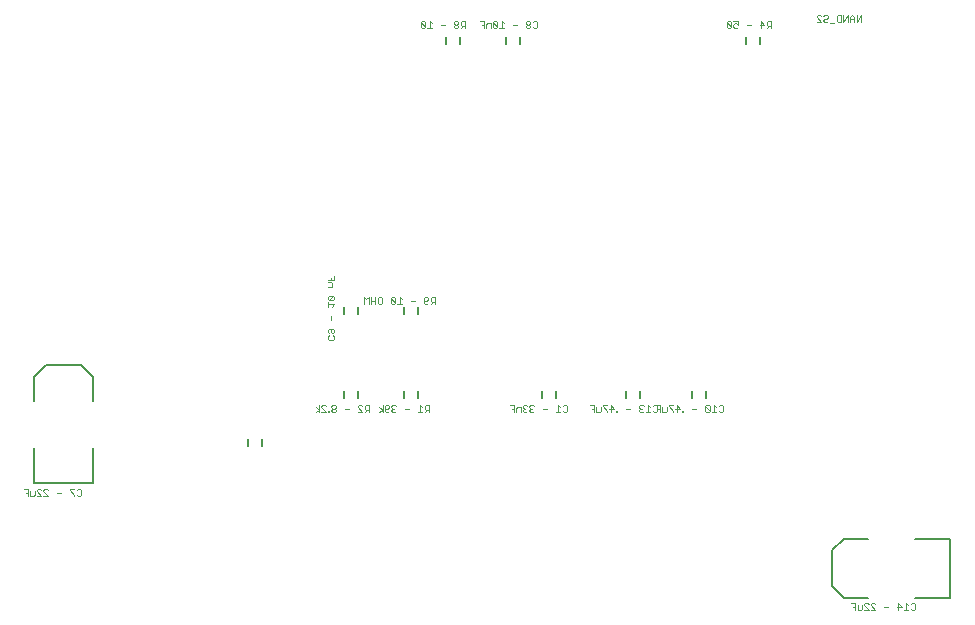
<source format=gbo>
G75*
%MOIN*%
%OFA0B0*%
%FSLAX24Y24*%
%IPPOS*%
%LPD*%
%AMOC8*
5,1,8,0,0,1.08239X$1,22.5*
%
%ADD10C,0.0020*%
%ADD11C,0.0060*%
%ADD12C,0.0080*%
D10*
X004582Y014770D02*
X004582Y014990D01*
X004435Y014990D01*
X004509Y014880D02*
X004582Y014880D01*
X004656Y014917D02*
X004656Y014770D01*
X004766Y014770D01*
X004803Y014807D01*
X004803Y014917D01*
X004877Y014917D02*
X004877Y014953D01*
X004914Y014990D01*
X004987Y014990D01*
X005024Y014953D01*
X005098Y014953D02*
X005135Y014990D01*
X005208Y014990D01*
X005245Y014953D01*
X005098Y014953D02*
X005098Y014917D01*
X005245Y014770D01*
X005098Y014770D01*
X005024Y014770D02*
X004877Y014917D01*
X004877Y014770D02*
X005024Y014770D01*
X005540Y014880D02*
X005687Y014880D01*
X005982Y014953D02*
X006129Y014807D01*
X006129Y014770D01*
X006203Y014807D02*
X006240Y014770D01*
X006313Y014770D01*
X006350Y014807D01*
X006350Y014953D01*
X006313Y014990D01*
X006240Y014990D01*
X006203Y014953D01*
X006129Y014990D02*
X005982Y014990D01*
X005982Y014953D01*
X014182Y017570D02*
X014293Y017643D01*
X014182Y017717D01*
X014293Y017790D02*
X014293Y017570D01*
X014367Y017570D02*
X014514Y017570D01*
X014367Y017717D01*
X014367Y017753D01*
X014403Y017790D01*
X014477Y017790D01*
X014514Y017753D01*
X014587Y017607D02*
X014587Y017570D01*
X014624Y017570D01*
X014624Y017607D01*
X014587Y017607D01*
X014698Y017607D02*
X014735Y017570D01*
X014808Y017570D01*
X014845Y017607D01*
X014845Y017643D01*
X014808Y017680D01*
X014735Y017680D01*
X014698Y017643D01*
X014698Y017607D01*
X014735Y017680D02*
X014698Y017717D01*
X014698Y017753D01*
X014735Y017790D01*
X014808Y017790D01*
X014845Y017753D01*
X014845Y017717D01*
X014808Y017680D01*
X015140Y017680D02*
X015287Y017680D01*
X015582Y017717D02*
X015582Y017753D01*
X015619Y017790D01*
X015692Y017790D01*
X015729Y017753D01*
X015803Y017753D02*
X015803Y017680D01*
X015840Y017643D01*
X015950Y017643D01*
X015950Y017570D02*
X015950Y017790D01*
X015840Y017790D01*
X015803Y017753D01*
X015877Y017643D02*
X015803Y017570D01*
X015729Y017570D02*
X015582Y017717D01*
X015582Y017570D02*
X015729Y017570D01*
X016293Y017570D02*
X016403Y017643D01*
X016293Y017717D01*
X016403Y017790D02*
X016403Y017570D01*
X016477Y017607D02*
X016477Y017753D01*
X016514Y017790D01*
X016587Y017790D01*
X016624Y017753D01*
X016624Y017717D01*
X016587Y017680D01*
X016477Y017680D01*
X016477Y017607D02*
X016514Y017570D01*
X016587Y017570D01*
X016624Y017607D01*
X016698Y017607D02*
X016735Y017570D01*
X016808Y017570D01*
X016845Y017607D01*
X016772Y017680D02*
X016735Y017680D01*
X016698Y017643D01*
X016698Y017607D01*
X016735Y017680D02*
X016698Y017717D01*
X016698Y017753D01*
X016735Y017790D01*
X016808Y017790D01*
X016845Y017753D01*
X017140Y017680D02*
X017287Y017680D01*
X017582Y017570D02*
X017729Y017570D01*
X017656Y017570D02*
X017656Y017790D01*
X017729Y017717D01*
X017803Y017753D02*
X017803Y017680D01*
X017840Y017643D01*
X017950Y017643D01*
X017950Y017570D02*
X017950Y017790D01*
X017840Y017790D01*
X017803Y017753D01*
X017877Y017643D02*
X017803Y017570D01*
X020635Y017790D02*
X020782Y017790D01*
X020782Y017570D01*
X020856Y017570D02*
X020856Y017680D01*
X020893Y017717D01*
X021003Y017717D01*
X021003Y017570D01*
X021077Y017607D02*
X021114Y017570D01*
X021187Y017570D01*
X021224Y017607D01*
X021298Y017607D02*
X021335Y017570D01*
X021408Y017570D01*
X021445Y017607D01*
X021372Y017680D02*
X021335Y017680D01*
X021298Y017643D01*
X021298Y017607D01*
X021335Y017680D02*
X021298Y017717D01*
X021298Y017753D01*
X021335Y017790D01*
X021408Y017790D01*
X021445Y017753D01*
X021224Y017753D02*
X021187Y017790D01*
X021114Y017790D01*
X021077Y017753D01*
X021077Y017717D01*
X021114Y017680D01*
X021077Y017643D01*
X021077Y017607D01*
X021114Y017680D02*
X021151Y017680D01*
X020782Y017680D02*
X020709Y017680D01*
X021740Y017680D02*
X021887Y017680D01*
X022182Y017570D02*
X022329Y017570D01*
X022256Y017570D02*
X022256Y017790D01*
X022329Y017717D01*
X022403Y017753D02*
X022440Y017790D01*
X022513Y017790D01*
X022550Y017753D01*
X022550Y017607D01*
X022513Y017570D01*
X022440Y017570D01*
X022403Y017607D01*
X023304Y017790D02*
X023451Y017790D01*
X023451Y017570D01*
X023525Y017570D02*
X023525Y017717D01*
X023451Y017680D02*
X023377Y017680D01*
X023525Y017570D02*
X023635Y017570D01*
X023672Y017607D01*
X023672Y017717D01*
X023746Y017753D02*
X023893Y017607D01*
X023893Y017570D01*
X024003Y017570D02*
X024003Y017790D01*
X024114Y017680D01*
X023967Y017680D01*
X023893Y017790D02*
X023746Y017790D01*
X023746Y017753D01*
X024187Y017607D02*
X024187Y017570D01*
X024224Y017570D01*
X024224Y017607D01*
X024187Y017607D01*
X024519Y017680D02*
X024666Y017680D01*
X024961Y017643D02*
X024961Y017607D01*
X024998Y017570D01*
X025071Y017570D01*
X025108Y017607D01*
X025182Y017570D02*
X025329Y017570D01*
X025256Y017570D02*
X025256Y017790D01*
X025329Y017717D01*
X025403Y017753D02*
X025440Y017790D01*
X025513Y017790D01*
X025550Y017753D01*
X025550Y017607D01*
X025513Y017570D01*
X025440Y017570D01*
X025403Y017607D01*
X025577Y017680D02*
X025651Y017680D01*
X025725Y017717D02*
X025725Y017570D01*
X025835Y017570D01*
X025872Y017607D01*
X025872Y017717D01*
X025946Y017753D02*
X026093Y017607D01*
X026093Y017570D01*
X026203Y017570D02*
X026203Y017790D01*
X026314Y017680D01*
X026167Y017680D01*
X026093Y017790D02*
X025946Y017790D01*
X025946Y017753D01*
X025651Y017790D02*
X025504Y017790D01*
X025651Y017790D02*
X025651Y017570D01*
X025108Y017753D02*
X025071Y017790D01*
X024998Y017790D01*
X024961Y017753D01*
X024961Y017717D01*
X024998Y017680D01*
X024961Y017643D01*
X024998Y017680D02*
X025035Y017680D01*
X026387Y017607D02*
X026387Y017570D01*
X026424Y017570D01*
X026424Y017607D01*
X026387Y017607D01*
X026719Y017680D02*
X026866Y017680D01*
X027161Y017607D02*
X027198Y017570D01*
X027271Y017570D01*
X027308Y017607D01*
X027161Y017753D01*
X027161Y017607D01*
X027161Y017753D02*
X027198Y017790D01*
X027271Y017790D01*
X027308Y017753D01*
X027308Y017607D01*
X027382Y017570D02*
X027529Y017570D01*
X027456Y017570D02*
X027456Y017790D01*
X027529Y017717D01*
X027603Y017753D02*
X027640Y017790D01*
X027713Y017790D01*
X027750Y017753D01*
X027750Y017607D01*
X027713Y017570D01*
X027640Y017570D01*
X027603Y017607D01*
X032014Y011190D02*
X032161Y011190D01*
X032161Y010970D01*
X032235Y010970D02*
X032235Y011117D01*
X032161Y011080D02*
X032088Y011080D01*
X032235Y010970D02*
X032345Y010970D01*
X032382Y011007D01*
X032382Y011117D01*
X032456Y011117D02*
X032456Y011153D01*
X032493Y011190D01*
X032566Y011190D01*
X032603Y011153D01*
X032677Y011153D02*
X032714Y011190D01*
X032787Y011190D01*
X032824Y011153D01*
X032677Y011153D02*
X032677Y011117D01*
X032824Y010970D01*
X032677Y010970D01*
X032603Y010970D02*
X032456Y011117D01*
X032456Y010970D02*
X032603Y010970D01*
X033119Y011080D02*
X033266Y011080D01*
X033561Y011080D02*
X033708Y011080D01*
X033598Y011190D01*
X033598Y010970D01*
X033782Y010970D02*
X033929Y010970D01*
X033856Y010970D02*
X033856Y011190D01*
X033929Y011117D01*
X034003Y011153D02*
X034040Y011190D01*
X034113Y011190D01*
X034150Y011153D01*
X034150Y011007D01*
X034113Y010970D01*
X034040Y010970D01*
X034003Y011007D01*
X018150Y021170D02*
X018150Y021390D01*
X018040Y021390D01*
X018003Y021353D01*
X018003Y021280D01*
X018040Y021243D01*
X018150Y021243D01*
X018077Y021243D02*
X018003Y021170D01*
X017929Y021207D02*
X017892Y021170D01*
X017819Y021170D01*
X017782Y021207D01*
X017782Y021353D01*
X017819Y021390D01*
X017892Y021390D01*
X017929Y021353D01*
X017929Y021317D01*
X017892Y021280D01*
X017782Y021280D01*
X017487Y021280D02*
X017340Y021280D01*
X017045Y021317D02*
X016972Y021390D01*
X016972Y021170D01*
X017045Y021170D02*
X016898Y021170D01*
X016824Y021207D02*
X016787Y021170D01*
X016714Y021170D01*
X016677Y021207D01*
X016677Y021353D01*
X016824Y021207D01*
X016824Y021353D01*
X016787Y021390D01*
X016714Y021390D01*
X016677Y021353D01*
X016382Y021353D02*
X016382Y021207D01*
X016345Y021170D01*
X016272Y021170D01*
X016235Y021207D01*
X016235Y021353D01*
X016272Y021390D01*
X016345Y021390D01*
X016382Y021353D01*
X016161Y021390D02*
X016161Y021170D01*
X016161Y021280D02*
X016014Y021280D01*
X016014Y021390D02*
X016014Y021170D01*
X015940Y021170D02*
X015940Y021390D01*
X015867Y021317D01*
X015793Y021390D01*
X015793Y021170D01*
X014790Y021148D02*
X014570Y021148D01*
X014570Y021075D02*
X014570Y021222D01*
X014607Y021296D02*
X014753Y021443D01*
X014607Y021443D01*
X014570Y021406D01*
X014570Y021333D01*
X014607Y021296D01*
X014753Y021296D01*
X014790Y021333D01*
X014790Y021406D01*
X014753Y021443D01*
X014790Y021148D02*
X014717Y021075D01*
X014680Y020780D02*
X014680Y020633D01*
X014680Y020338D02*
X014680Y020228D01*
X014717Y020191D01*
X014753Y020191D01*
X014790Y020228D01*
X014790Y020301D01*
X014753Y020338D01*
X014607Y020338D01*
X014570Y020301D01*
X014570Y020228D01*
X014607Y020191D01*
X014607Y020117D02*
X014570Y020080D01*
X014570Y020007D01*
X014607Y019970D01*
X014753Y019970D01*
X014790Y020007D01*
X014790Y020080D01*
X014753Y020117D01*
X014717Y021738D02*
X014570Y021738D01*
X014570Y021885D02*
X014680Y021885D01*
X014717Y021848D01*
X014717Y021738D01*
X014680Y021959D02*
X014680Y022032D01*
X014570Y021959D02*
X014790Y021959D01*
X014790Y022106D01*
X017714Y030370D02*
X017787Y030370D01*
X017824Y030407D01*
X017677Y030553D01*
X017677Y030407D01*
X017714Y030370D01*
X017824Y030407D02*
X017824Y030553D01*
X017787Y030590D01*
X017714Y030590D01*
X017677Y030553D01*
X017898Y030370D02*
X018045Y030370D01*
X017972Y030370D02*
X017972Y030590D01*
X018045Y030517D01*
X018340Y030480D02*
X018487Y030480D01*
X018782Y030443D02*
X018782Y030407D01*
X018819Y030370D01*
X018892Y030370D01*
X018929Y030407D01*
X018929Y030443D01*
X018892Y030480D01*
X018819Y030480D01*
X018782Y030443D01*
X018819Y030480D02*
X018782Y030517D01*
X018782Y030553D01*
X018819Y030590D01*
X018892Y030590D01*
X018929Y030553D01*
X018929Y030517D01*
X018892Y030480D01*
X019003Y030480D02*
X019040Y030443D01*
X019150Y030443D01*
X019150Y030370D02*
X019150Y030590D01*
X019040Y030590D01*
X019003Y030553D01*
X019003Y030480D01*
X019077Y030443D02*
X019003Y030370D01*
X019635Y030590D02*
X019782Y030590D01*
X019782Y030370D01*
X019856Y030370D02*
X019856Y030480D01*
X019893Y030517D01*
X020003Y030517D01*
X020003Y030370D01*
X020077Y030407D02*
X020114Y030370D01*
X020187Y030370D01*
X020224Y030407D01*
X020077Y030553D01*
X020077Y030407D01*
X020077Y030553D02*
X020114Y030590D01*
X020187Y030590D01*
X020224Y030553D01*
X020224Y030407D01*
X020298Y030370D02*
X020445Y030370D01*
X020372Y030370D02*
X020372Y030590D01*
X020445Y030517D01*
X020740Y030480D02*
X020887Y030480D01*
X021182Y030443D02*
X021182Y030407D01*
X021219Y030370D01*
X021292Y030370D01*
X021329Y030407D01*
X021329Y030443D01*
X021292Y030480D01*
X021219Y030480D01*
X021182Y030443D01*
X021219Y030480D02*
X021182Y030517D01*
X021182Y030553D01*
X021219Y030590D01*
X021292Y030590D01*
X021329Y030553D01*
X021329Y030517D01*
X021292Y030480D01*
X021403Y030407D02*
X021440Y030370D01*
X021513Y030370D01*
X021550Y030407D01*
X021550Y030553D01*
X021513Y030590D01*
X021440Y030590D01*
X021403Y030553D01*
X019782Y030480D02*
X019709Y030480D01*
X027877Y030407D02*
X027914Y030370D01*
X027987Y030370D01*
X028024Y030407D01*
X027877Y030553D01*
X027877Y030407D01*
X027877Y030553D02*
X027914Y030590D01*
X027987Y030590D01*
X028024Y030553D01*
X028024Y030407D01*
X028098Y030407D02*
X028135Y030370D01*
X028208Y030370D01*
X028245Y030407D01*
X028245Y030480D02*
X028172Y030517D01*
X028135Y030517D01*
X028098Y030480D01*
X028098Y030407D01*
X028245Y030480D02*
X028245Y030590D01*
X028098Y030590D01*
X028540Y030480D02*
X028687Y030480D01*
X028982Y030480D02*
X029129Y030480D01*
X029019Y030590D01*
X029019Y030370D01*
X029203Y030370D02*
X029277Y030443D01*
X029240Y030443D02*
X029350Y030443D01*
X029350Y030370D02*
X029350Y030590D01*
X029240Y030590D01*
X029203Y030553D01*
X029203Y030480D01*
X029240Y030443D01*
X030877Y030570D02*
X031024Y030570D01*
X030877Y030717D01*
X030877Y030753D01*
X030914Y030790D01*
X030987Y030790D01*
X031024Y030753D01*
X031098Y030753D02*
X031135Y030790D01*
X031208Y030790D01*
X031245Y030753D01*
X031245Y030717D01*
X031208Y030680D01*
X031135Y030680D01*
X031098Y030643D01*
X031098Y030607D01*
X031135Y030570D01*
X031208Y030570D01*
X031245Y030607D01*
X031319Y030533D02*
X031466Y030533D01*
X031540Y030607D02*
X031540Y030753D01*
X031577Y030790D01*
X031687Y030790D01*
X031687Y030570D01*
X031577Y030570D01*
X031540Y030607D01*
X031761Y030570D02*
X031761Y030790D01*
X031908Y030790D02*
X031761Y030570D01*
X031908Y030570D02*
X031908Y030790D01*
X031982Y030717D02*
X031982Y030570D01*
X031982Y030680D02*
X032129Y030680D01*
X032129Y030717D02*
X032056Y030790D01*
X031982Y030717D01*
X032129Y030717D02*
X032129Y030570D01*
X032203Y030570D02*
X032203Y030790D01*
X032350Y030790D02*
X032203Y030570D01*
X032350Y030570D02*
X032350Y030790D01*
D11*
X028996Y030078D02*
X028996Y029842D01*
X028524Y029842D02*
X028524Y030078D01*
X020996Y030078D02*
X020996Y029842D01*
X020524Y029842D02*
X020524Y030078D01*
X018996Y030078D02*
X018996Y029842D01*
X018524Y029842D02*
X018524Y030078D01*
X017596Y021078D02*
X017596Y020842D01*
X017124Y020842D02*
X017124Y021078D01*
X015596Y021078D02*
X015596Y020842D01*
X015124Y020842D02*
X015124Y021078D01*
X015124Y018278D02*
X015124Y018042D01*
X015596Y018042D02*
X015596Y018278D01*
X017124Y018278D02*
X017124Y018042D01*
X017596Y018042D02*
X017596Y018278D01*
X021724Y018278D02*
X021724Y018042D01*
X022196Y018042D02*
X022196Y018278D01*
X024524Y018278D02*
X024524Y018042D01*
X024996Y018042D02*
X024996Y018278D01*
X026724Y018278D02*
X026724Y018042D01*
X027196Y018042D02*
X027196Y018278D01*
X012396Y016678D02*
X012396Y016442D01*
X011924Y016442D02*
X011924Y016678D01*
D12*
X006744Y016373D02*
X006744Y015191D01*
X004776Y015191D01*
X004776Y016373D01*
X004776Y017947D02*
X004776Y018735D01*
X005169Y019129D01*
X006351Y019129D01*
X006744Y018735D01*
X006744Y017947D01*
X031391Y012951D02*
X031391Y011769D01*
X031785Y011376D01*
X032573Y011376D01*
X034147Y011376D02*
X035329Y011376D01*
X035329Y013344D01*
X034147Y013344D01*
X032573Y013344D02*
X031785Y013344D01*
X031391Y012951D01*
M02*

</source>
